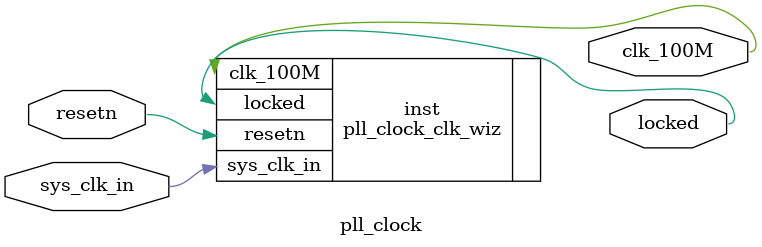
<source format=v>


`timescale 1ps/1ps

(* CORE_GENERATION_INFO = "pll_clock,clk_wiz_v6_0_3_0_0,{component_name=pll_clock,use_phase_alignment=true,use_min_o_jitter=false,use_max_i_jitter=false,use_dyn_phase_shift=false,use_inclk_switchover=false,use_dyn_reconfig=false,enable_axi=0,feedback_source=FDBK_AUTO,PRIMITIVE=PLL,num_out_clk=1,clkin1_period=10.000,clkin2_period=10.000,use_power_down=false,use_reset=true,use_locked=true,use_inclk_stopped=false,feedback_type=SINGLE,CLOCK_MGR_TYPE=NA,manual_override=false}" *)

module pll_clock 
 (
  // Clock out ports
  output        clk_100M,
  // Status and control signals
  input         resetn,
  output        locked,
 // Clock in ports
  input         sys_clk_in
 );

  pll_clock_clk_wiz inst
  (
  // Clock out ports  
  .clk_100M(clk_100M),
  // Status and control signals               
  .resetn(resetn), 
  .locked(locked),
 // Clock in ports
  .sys_clk_in(sys_clk_in)
  );

endmodule

</source>
